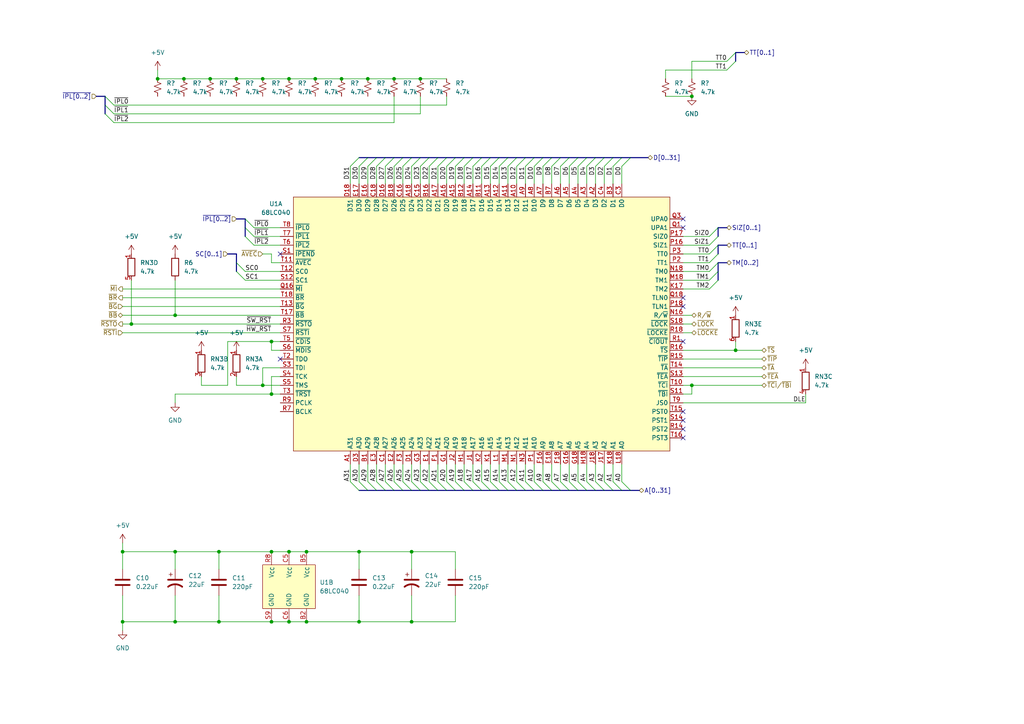
<source format=kicad_sch>
(kicad_sch (version 20230121) (generator eeschema)
  (paper "A4")
  (junction (at 104.14 160.02))
  (junction (at 114.3 22.86))
  (junction (at 50.8 180.34))
  (junction (at 76.2 111.76))
  (junction (at 38.1 93.98))
  (junction (at 45.72 22.86))
  (junction (at 83.82 160.02))
  (junction (at 88.9 180.34))
  (junction (at 200.66 111.76))
  (junction (at 50.8 160.02))
  (junction (at 50.8 91.44))
  (junction (at 63.5 160.02))
  (junction (at 121.92 22.86))
  (junction (at 63.5 180.34))
  (junction (at 83.82 180.34))
  (junction (at 119.38 180.34))
  (junction (at 78.74 180.34))
  (junction (at 88.9 160.02))
  (junction (at 104.14 180.34))
  (junction (at 76.2 22.86))
  (junction (at 35.56 160.02))
  (junction (at 119.38 160.02))
  (junction (at 106.68 22.86))
  (junction (at 83.82 22.86))
  (junction (at 53.34 22.86))
  (junction (at 213.36 101.6))
  (junction (at 78.74 114.3))
  (junction (at 200.66 27.94))
  (junction (at 68.58 22.86))
  (junction (at 60.96 22.86))
  (junction (at 91.44 22.86))
  (junction (at 35.56 180.34))
  (junction (at 99.06 22.86))
  (junction (at 78.74 160.02))
  (junction (at 78.74 99.06))
  (no_connect (at 198.12 88.9))
  (no_connect (at 198.12 121.92))
  (no_connect (at 198.12 99.06))
  (no_connect (at 81.28 104.14))
  (no_connect (at 198.12 119.38))
  (no_connect (at 198.12 127))
  (no_connect (at 198.12 124.46))
  (no_connect (at 198.12 86.36))
  (no_connect (at 198.12 66.04))
  (no_connect (at 81.28 73.66))
  (no_connect (at 198.12 63.5))
  (bus_entry (at 124.46 139.7) (size 2.54 2.54))
  (bus_entry (at 175.26 139.7) (size 2.54 2.54))
  (bus_entry (at 129.54 48.26) (size 2.54 -2.54))
  (bus_entry (at 175.26 48.26) (size 2.54 -2.54))
  (bus_entry (at 147.32 139.7) (size 2.54 2.54))
  (bus_entry (at 157.48 139.7) (size 2.54 2.54))
  (bus_entry (at 109.22 139.7) (size 2.54 2.54))
  (bus_entry (at 144.78 139.7) (size 2.54 2.54))
  (bus_entry (at 165.1 48.26) (size 2.54 -2.54))
  (bus_entry (at 149.86 48.26) (size 2.54 -2.54))
  (bus_entry (at 132.08 139.7) (size 2.54 2.54))
  (bus_entry (at 116.84 48.26) (size 2.54 -2.54))
  (bus_entry (at 213.36 15.24) (size -2.54 2.54))
  (bus_entry (at 172.72 48.26) (size 2.54 -2.54))
  (bus_entry (at 208.28 81.28) (size -2.54 2.54))
  (bus_entry (at 114.3 139.7) (size 2.54 2.54))
  (bus_entry (at 167.64 139.7) (size 2.54 2.54))
  (bus_entry (at 162.56 139.7) (size 2.54 2.54))
  (bus_entry (at 134.62 48.26) (size 2.54 -2.54))
  (bus_entry (at 134.62 139.7) (size 2.54 2.54))
  (bus_entry (at 119.38 139.7) (size 2.54 2.54))
  (bus_entry (at 208.28 71.12) (size -2.54 2.54))
  (bus_entry (at 106.68 48.26) (size 2.54 -2.54))
  (bus_entry (at 154.94 139.7) (size 2.54 2.54))
  (bus_entry (at 124.46 48.26) (size 2.54 -2.54))
  (bus_entry (at 109.22 48.26) (size 2.54 -2.54))
  (bus_entry (at 101.6 48.26) (size 2.54 -2.54))
  (bus_entry (at 142.24 48.26) (size 2.54 -2.54))
  (bus_entry (at 165.1 139.7) (size 2.54 2.54))
  (bus_entry (at 30.48 30.48) (size 2.54 2.54))
  (bus_entry (at 160.02 139.7) (size 2.54 2.54))
  (bus_entry (at 160.02 48.26) (size 2.54 -2.54))
  (bus_entry (at 170.18 139.7) (size 2.54 2.54))
  (bus_entry (at 152.4 139.7) (size 2.54 2.54))
  (bus_entry (at 71.12 66.04) (size 2.54 2.54))
  (bus_entry (at 71.12 63.5) (size 2.54 2.54))
  (bus_entry (at 30.48 27.94) (size 2.54 2.54))
  (bus_entry (at 137.16 48.26) (size 2.54 -2.54))
  (bus_entry (at 144.78 48.26) (size 2.54 -2.54))
  (bus_entry (at 177.8 48.26) (size 2.54 -2.54))
  (bus_entry (at 68.58 78.74) (size 2.54 2.54))
  (bus_entry (at 213.36 17.78) (size -2.54 2.54))
  (bus_entry (at 104.14 48.26) (size 2.54 -2.54))
  (bus_entry (at 132.08 48.26) (size 2.54 -2.54))
  (bus_entry (at 152.4 48.26) (size 2.54 -2.54))
  (bus_entry (at 208.28 68.58) (size -2.54 2.54))
  (bus_entry (at 106.68 139.7) (size 2.54 2.54))
  (bus_entry (at 114.3 48.26) (size 2.54 -2.54))
  (bus_entry (at 116.84 139.7) (size 2.54 2.54))
  (bus_entry (at 30.48 33.02) (size 2.54 2.54))
  (bus_entry (at 208.28 76.2) (size -2.54 2.54))
  (bus_entry (at 162.56 48.26) (size 2.54 -2.54))
  (bus_entry (at 71.12 68.58) (size 2.54 2.54))
  (bus_entry (at 157.48 48.26) (size 2.54 -2.54))
  (bus_entry (at 167.64 48.26) (size 2.54 -2.54))
  (bus_entry (at 137.16 139.7) (size 2.54 2.54))
  (bus_entry (at 101.6 139.7) (size 2.54 2.54))
  (bus_entry (at 127 48.26) (size 2.54 -2.54))
  (bus_entry (at 127 139.7) (size 2.54 2.54))
  (bus_entry (at 119.38 48.26) (size 2.54 -2.54))
  (bus_entry (at 129.54 139.7) (size 2.54 2.54))
  (bus_entry (at 170.18 48.26) (size 2.54 -2.54))
  (bus_entry (at 208.28 66.04) (size -2.54 2.54))
  (bus_entry (at 121.92 48.26) (size 2.54 -2.54))
  (bus_entry (at 147.32 48.26) (size 2.54 -2.54))
  (bus_entry (at 68.58 76.2) (size 2.54 2.54))
  (bus_entry (at 208.28 73.66) (size -2.54 2.54))
  (bus_entry (at 111.76 139.7) (size 2.54 2.54))
  (bus_entry (at 154.94 48.26) (size 2.54 -2.54))
  (bus_entry (at 180.34 139.7) (size 2.54 2.54))
  (bus_entry (at 149.86 139.7) (size 2.54 2.54))
  (bus_entry (at 172.72 139.7) (size 2.54 2.54))
  (bus_entry (at 208.28 78.74) (size -2.54 2.54))
  (bus_entry (at 104.14 139.7) (size 2.54 2.54))
  (bus_entry (at 142.24 139.7) (size 2.54 2.54))
  (bus_entry (at 180.34 48.26) (size 2.54 -2.54))
  (bus_entry (at 177.8 139.7) (size 2.54 2.54))
  (bus_entry (at 121.92 139.7) (size 2.54 2.54))
  (bus_entry (at 111.76 48.26) (size 2.54 -2.54))
  (bus_entry (at 139.7 48.26) (size 2.54 -2.54))
  (bus_entry (at 139.7 139.7) (size 2.54 2.54))
  (bus (pts (xy 149.86 142.24) (xy 152.4 142.24)))
  (wire (pts (xy 121.92 139.7) (xy 121.92 134.62)))
  (wire (pts (xy 104.14 172.72) (xy 104.14 180.34)))
  (wire (pts (xy 137.16 139.7) (xy 137.16 134.62)))
  (wire (pts (xy 50.8 81.28) (xy 50.8 91.44)))
  (wire (pts (xy 154.94 53.34) (xy 154.94 48.26)))
  (bus (pts (xy 30.48 27.94) (xy 27.94 27.94)))
  (wire (pts (xy 162.56 139.7) (xy 162.56 134.62)))
  (wire (pts (xy 109.22 139.7) (xy 109.22 134.62)))
  (bus (pts (xy 175.26 142.24) (xy 177.8 142.24)))
  (wire (pts (xy 81.28 101.6) (xy 78.74 101.6)))
  (wire (pts (xy 99.06 22.86) (xy 106.68 22.86)))
  (bus (pts (xy 127 45.72) (xy 129.54 45.72)))
  (wire (pts (xy 104.14 160.02) (xy 119.38 160.02)))
  (wire (pts (xy 129.54 139.7) (xy 129.54 134.62)))
  (wire (pts (xy 193.04 20.32) (xy 210.82 20.32)))
  (wire (pts (xy 78.74 109.22) (xy 78.74 114.3)))
  (wire (pts (xy 63.5 160.02) (xy 50.8 160.02)))
  (wire (pts (xy 132.08 160.02) (xy 132.08 165.1)))
  (wire (pts (xy 73.66 66.04) (xy 81.28 66.04)))
  (wire (pts (xy 170.18 139.7) (xy 170.18 134.62)))
  (wire (pts (xy 144.78 139.7) (xy 144.78 134.62)))
  (bus (pts (xy 129.54 142.24) (xy 132.08 142.24)))
  (bus (pts (xy 30.48 33.02) (xy 30.48 30.48)))
  (bus (pts (xy 106.68 45.72) (xy 109.22 45.72)))
  (wire (pts (xy 35.56 160.02) (xy 35.56 157.48)))
  (wire (pts (xy 50.8 160.02) (xy 35.56 160.02)))
  (wire (pts (xy 104.14 53.34) (xy 104.14 48.26)))
  (bus (pts (xy 104.14 45.72) (xy 106.68 45.72)))
  (wire (pts (xy 198.12 93.98) (xy 200.66 93.98)))
  (bus (pts (xy 170.18 142.24) (xy 172.72 142.24)))
  (wire (pts (xy 71.12 78.74) (xy 81.28 78.74)))
  (wire (pts (xy 114.3 53.34) (xy 114.3 48.26)))
  (bus (pts (xy 116.84 142.24) (xy 119.38 142.24)))
  (bus (pts (xy 172.72 142.24) (xy 175.26 142.24)))
  (bus (pts (xy 109.22 142.24) (xy 111.76 142.24)))
  (wire (pts (xy 35.56 93.98) (xy 38.1 93.98)))
  (wire (pts (xy 139.7 139.7) (xy 139.7 134.62)))
  (wire (pts (xy 106.68 22.86) (xy 114.3 22.86)))
  (wire (pts (xy 144.78 53.34) (xy 144.78 48.26)))
  (wire (pts (xy 76.2 22.86) (xy 83.82 22.86)))
  (wire (pts (xy 35.56 86.36) (xy 81.28 86.36)))
  (wire (pts (xy 165.1 139.7) (xy 165.1 134.62)))
  (bus (pts (xy 30.48 30.48) (xy 30.48 27.94)))
  (wire (pts (xy 35.56 182.88) (xy 35.56 180.34)))
  (bus (pts (xy 162.56 142.24) (xy 165.1 142.24)))
  (wire (pts (xy 205.74 73.66) (xy 198.12 73.66)))
  (wire (pts (xy 167.64 53.34) (xy 167.64 48.26)))
  (bus (pts (xy 68.58 76.2) (xy 68.58 78.74)))
  (wire (pts (xy 198.12 101.6) (xy 213.36 101.6)))
  (wire (pts (xy 50.8 91.44) (xy 81.28 91.44)))
  (bus (pts (xy 111.76 142.24) (xy 114.3 142.24)))
  (bus (pts (xy 147.32 45.72) (xy 149.86 45.72)))
  (wire (pts (xy 165.1 53.34) (xy 165.1 48.26)))
  (wire (pts (xy 119.38 139.7) (xy 119.38 134.62)))
  (bus (pts (xy 180.34 45.72) (xy 182.88 45.72)))
  (wire (pts (xy 106.68 53.34) (xy 106.68 48.26)))
  (wire (pts (xy 147.32 139.7) (xy 147.32 134.62)))
  (bus (pts (xy 124.46 142.24) (xy 127 142.24)))
  (wire (pts (xy 213.36 99.06) (xy 213.36 101.6)))
  (wire (pts (xy 119.38 160.02) (xy 119.38 165.1)))
  (bus (pts (xy 147.32 142.24) (xy 149.86 142.24)))
  (bus (pts (xy 215.9 15.24) (xy 213.36 15.24)))
  (wire (pts (xy 152.4 139.7) (xy 152.4 134.62)))
  (wire (pts (xy 66.04 111.76) (xy 58.42 111.76)))
  (wire (pts (xy 101.6 134.62) (xy 101.6 139.7)))
  (wire (pts (xy 78.74 160.02) (xy 63.5 160.02)))
  (wire (pts (xy 63.5 160.02) (xy 63.5 165.1)))
  (wire (pts (xy 119.38 180.34) (xy 132.08 180.34)))
  (wire (pts (xy 134.62 53.34) (xy 134.62 48.26)))
  (wire (pts (xy 139.7 53.34) (xy 139.7 48.26)))
  (bus (pts (xy 177.8 142.24) (xy 180.34 142.24)))
  (bus (pts (xy 162.56 45.72) (xy 165.1 45.72)))
  (bus (pts (xy 121.92 142.24) (xy 124.46 142.24)))
  (wire (pts (xy 129.54 53.34) (xy 129.54 48.26)))
  (wire (pts (xy 106.68 139.7) (xy 106.68 134.62)))
  (wire (pts (xy 83.82 180.34) (xy 78.74 180.34)))
  (wire (pts (xy 71.12 81.28) (xy 81.28 81.28)))
  (wire (pts (xy 88.9 160.02) (xy 104.14 160.02)))
  (wire (pts (xy 162.56 53.34) (xy 162.56 48.26)))
  (wire (pts (xy 124.46 53.34) (xy 124.46 48.26)))
  (wire (pts (xy 81.28 109.22) (xy 78.74 109.22)))
  (wire (pts (xy 114.3 139.7) (xy 114.3 134.62)))
  (wire (pts (xy 177.8 53.34) (xy 177.8 48.26)))
  (bus (pts (xy 167.64 45.72) (xy 170.18 45.72)))
  (wire (pts (xy 78.74 99.06) (xy 81.28 99.06)))
  (bus (pts (xy 119.38 45.72) (xy 121.92 45.72)))
  (bus (pts (xy 157.48 142.24) (xy 160.02 142.24)))
  (bus (pts (xy 116.84 45.72) (xy 119.38 45.72)))
  (wire (pts (xy 180.34 53.34) (xy 180.34 48.26)))
  (bus (pts (xy 208.28 66.04) (xy 208.28 68.58)))
  (wire (pts (xy 132.08 139.7) (xy 132.08 134.62)))
  (wire (pts (xy 200.66 17.78) (xy 200.66 22.86)))
  (wire (pts (xy 134.62 139.7) (xy 134.62 134.62)))
  (wire (pts (xy 116.84 53.34) (xy 116.84 48.26)))
  (bus (pts (xy 165.1 45.72) (xy 167.64 45.72)))
  (wire (pts (xy 35.56 83.82) (xy 81.28 83.82)))
  (wire (pts (xy 205.74 76.2) (xy 198.12 76.2)))
  (bus (pts (xy 114.3 142.24) (xy 116.84 142.24)))
  (wire (pts (xy 35.56 180.34) (xy 35.56 172.72)))
  (wire (pts (xy 58.42 109.22) (xy 58.42 111.76)))
  (bus (pts (xy 213.36 15.24) (xy 213.36 17.78)))
  (wire (pts (xy 68.58 111.76) (xy 76.2 111.76)))
  (wire (pts (xy 88.9 180.34) (xy 83.82 180.34)))
  (bus (pts (xy 71.12 68.58) (xy 71.12 66.04)))
  (wire (pts (xy 152.4 53.34) (xy 152.4 48.26)))
  (wire (pts (xy 132.08 53.34) (xy 132.08 48.26)))
  (wire (pts (xy 142.24 139.7) (xy 142.24 134.62)))
  (bus (pts (xy 134.62 142.24) (xy 137.16 142.24)))
  (wire (pts (xy 205.74 83.82) (xy 198.12 83.82)))
  (wire (pts (xy 76.2 106.68) (xy 76.2 111.76)))
  (wire (pts (xy 119.38 172.72) (xy 119.38 180.34)))
  (wire (pts (xy 35.56 96.52) (xy 81.28 96.52)))
  (bus (pts (xy 210.82 76.2) (xy 208.28 76.2)))
  (bus (pts (xy 160.02 142.24) (xy 162.56 142.24)))
  (wire (pts (xy 213.36 101.6) (xy 220.98 101.6)))
  (wire (pts (xy 104.14 180.34) (xy 119.38 180.34)))
  (wire (pts (xy 121.92 53.34) (xy 121.92 48.26)))
  (bus (pts (xy 71.12 63.5) (xy 68.58 63.5)))
  (wire (pts (xy 68.58 22.86) (xy 76.2 22.86)))
  (wire (pts (xy 233.68 116.84) (xy 198.12 116.84)))
  (bus (pts (xy 144.78 45.72) (xy 147.32 45.72)))
  (bus (pts (xy 149.86 45.72) (xy 152.4 45.72)))
  (wire (pts (xy 83.82 22.86) (xy 91.44 22.86)))
  (wire (pts (xy 63.5 172.72) (xy 63.5 180.34)))
  (bus (pts (xy 154.94 45.72) (xy 157.48 45.72)))
  (wire (pts (xy 78.74 114.3) (xy 50.8 114.3)))
  (wire (pts (xy 198.12 109.22) (xy 220.98 109.22)))
  (bus (pts (xy 132.08 142.24) (xy 134.62 142.24)))
  (wire (pts (xy 50.8 114.3) (xy 50.8 116.84)))
  (wire (pts (xy 149.86 139.7) (xy 149.86 134.62)))
  (wire (pts (xy 167.64 139.7) (xy 167.64 134.62)))
  (wire (pts (xy 198.12 91.44) (xy 200.66 91.44)))
  (bus (pts (xy 208.28 71.12) (xy 208.28 73.66)))
  (bus (pts (xy 182.88 45.72) (xy 187.96 45.72)))
  (wire (pts (xy 50.8 160.02) (xy 50.8 165.1)))
  (wire (pts (xy 35.56 180.34) (xy 50.8 180.34)))
  (wire (pts (xy 35.56 88.9) (xy 81.28 88.9)))
  (wire (pts (xy 78.74 160.02) (xy 83.82 160.02)))
  (bus (pts (xy 170.18 45.72) (xy 172.72 45.72)))
  (wire (pts (xy 76.2 111.76) (xy 81.28 111.76)))
  (bus (pts (xy 129.54 45.72) (xy 132.08 45.72)))
  (wire (pts (xy 116.84 139.7) (xy 116.84 134.62)))
  (wire (pts (xy 119.38 53.34) (xy 119.38 48.26)))
  (wire (pts (xy 83.82 160.02) (xy 88.9 160.02)))
  (wire (pts (xy 200.66 27.94) (xy 193.04 27.94)))
  (wire (pts (xy 38.1 93.98) (xy 81.28 93.98)))
  (wire (pts (xy 45.72 20.32) (xy 45.72 22.86)))
  (wire (pts (xy 38.1 81.28) (xy 38.1 93.98)))
  (wire (pts (xy 33.02 35.56) (xy 114.3 35.56)))
  (wire (pts (xy 142.24 53.34) (xy 142.24 48.26)))
  (bus (pts (xy 137.16 142.24) (xy 139.7 142.24)))
  (wire (pts (xy 68.58 109.22) (xy 68.58 111.76)))
  (bus (pts (xy 71.12 66.04) (xy 71.12 63.5)))
  (wire (pts (xy 198.12 106.68) (xy 220.98 106.68)))
  (wire (pts (xy 198.12 104.14) (xy 220.98 104.14)))
  (wire (pts (xy 78.74 99.06) (xy 78.74 101.6)))
  (bus (pts (xy 106.68 142.24) (xy 109.22 142.24)))
  (wire (pts (xy 101.6 53.34) (xy 101.6 48.26)))
  (bus (pts (xy 121.92 45.72) (xy 124.46 45.72)))
  (wire (pts (xy 81.28 114.3) (xy 78.74 114.3)))
  (bus (pts (xy 210.82 71.12) (xy 208.28 71.12)))
  (wire (pts (xy 205.74 68.58) (xy 198.12 68.58)))
  (bus (pts (xy 172.72 45.72) (xy 175.26 45.72)))
  (wire (pts (xy 175.26 53.34) (xy 175.26 48.26)))
  (wire (pts (xy 50.8 172.72) (xy 50.8 180.34)))
  (wire (pts (xy 78.74 73.66) (xy 78.74 76.2)))
  (wire (pts (xy 78.74 99.06) (xy 66.04 99.06)))
  (bus (pts (xy 111.76 45.72) (xy 114.3 45.72)))
  (wire (pts (xy 73.66 71.12) (xy 81.28 71.12)))
  (wire (pts (xy 137.16 53.34) (xy 137.16 48.26)))
  (bus (pts (xy 114.3 45.72) (xy 116.84 45.72)))
  (bus (pts (xy 127 142.24) (xy 129.54 142.24)))
  (bus (pts (xy 142.24 45.72) (xy 144.78 45.72)))
  (bus (pts (xy 160.02 45.72) (xy 162.56 45.72)))
  (bus (pts (xy 152.4 142.24) (xy 154.94 142.24)))
  (wire (pts (xy 104.14 139.7) (xy 104.14 134.62)))
  (wire (pts (xy 88.9 180.34) (xy 104.14 180.34)))
  (bus (pts (xy 66.04 73.66) (xy 68.58 73.66)))
  (wire (pts (xy 114.3 35.56) (xy 114.3 27.94)))
  (bus (pts (xy 177.8 45.72) (xy 180.34 45.72)))
  (bus (pts (xy 144.78 142.24) (xy 147.32 142.24)))
  (bus (pts (xy 180.34 142.24) (xy 182.88 142.24)))
  (wire (pts (xy 160.02 53.34) (xy 160.02 48.26)))
  (wire (pts (xy 33.02 33.02) (xy 121.92 33.02)))
  (wire (pts (xy 147.32 53.34) (xy 147.32 48.26)))
  (wire (pts (xy 78.74 73.66) (xy 76.2 73.66)))
  (bus (pts (xy 137.16 45.72) (xy 139.7 45.72)))
  (bus (pts (xy 154.94 142.24) (xy 157.48 142.24)))
  (wire (pts (xy 160.02 139.7) (xy 160.02 134.62)))
  (wire (pts (xy 175.26 139.7) (xy 175.26 134.62)))
  (bus (pts (xy 167.64 142.24) (xy 170.18 142.24)))
  (wire (pts (xy 114.3 22.86) (xy 121.92 22.86)))
  (bus (pts (xy 132.08 45.72) (xy 134.62 45.72)))
  (bus (pts (xy 142.24 142.24) (xy 144.78 142.24)))
  (bus (pts (xy 119.38 142.24) (xy 121.92 142.24)))
  (wire (pts (xy 200.66 17.78) (xy 210.82 17.78)))
  (wire (pts (xy 35.56 160.02) (xy 35.56 165.1)))
  (wire (pts (xy 91.44 22.86) (xy 99.06 22.86)))
  (wire (pts (xy 205.74 78.74) (xy 198.12 78.74)))
  (wire (pts (xy 172.72 139.7) (xy 172.72 134.62)))
  (wire (pts (xy 121.92 22.86) (xy 129.54 22.86)))
  (wire (pts (xy 63.5 180.34) (xy 78.74 180.34)))
  (wire (pts (xy 81.28 106.68) (xy 76.2 106.68)))
  (wire (pts (xy 157.48 139.7) (xy 157.48 134.62)))
  (wire (pts (xy 180.34 139.7) (xy 180.34 134.62)))
  (wire (pts (xy 205.74 71.12) (xy 198.12 71.12)))
  (wire (pts (xy 119.38 160.02) (xy 132.08 160.02)))
  (bus (pts (xy 157.48 45.72) (xy 160.02 45.72)))
  (wire (pts (xy 53.34 22.86) (xy 60.96 22.86)))
  (wire (pts (xy 193.04 20.32) (xy 193.04 22.86)))
  (bus (pts (xy 109.22 45.72) (xy 111.76 45.72)))
  (wire (pts (xy 45.72 22.86) (xy 53.34 22.86)))
  (bus (pts (xy 208.28 76.2) (xy 208.28 78.74)))
  (wire (pts (xy 35.56 91.44) (xy 50.8 91.44)))
  (wire (pts (xy 104.14 160.02) (xy 104.14 165.1)))
  (wire (pts (xy 157.48 53.34) (xy 157.48 48.26)))
  (wire (pts (xy 111.76 139.7) (xy 111.76 134.62)))
  (bus (pts (xy 139.7 45.72) (xy 142.24 45.72)))
  (wire (pts (xy 233.68 116.84) (xy 233.68 114.3)))
  (wire (pts (xy 66.04 99.06) (xy 66.04 111.76)))
  (wire (pts (xy 170.18 53.34) (xy 170.18 48.26)))
  (wire (pts (xy 154.94 139.7) (xy 154.94 134.62)))
  (wire (pts (xy 60.96 22.86) (xy 68.58 22.86)))
  (wire (pts (xy 132.08 172.72) (xy 132.08 180.34)))
  (wire (pts (xy 205.74 81.28) (xy 198.12 81.28)))
  (wire (pts (xy 129.54 30.48) (xy 129.54 27.94)))
  (wire (pts (xy 200.66 114.3) (xy 200.66 111.76)))
  (bus (pts (xy 208.28 78.74) (xy 208.28 81.28)))
  (bus (pts (xy 175.26 45.72) (xy 177.8 45.72)))
  (wire (pts (xy 78.74 76.2) (xy 81.28 76.2)))
  (wire (pts (xy 198.12 114.3) (xy 200.66 114.3)))
  (wire (pts (xy 172.72 53.34) (xy 172.72 48.26)))
  (wire (pts (xy 121.92 33.02) (xy 121.92 27.94)))
  (wire (pts (xy 200.66 111.76) (xy 220.98 111.76)))
  (wire (pts (xy 198.12 111.76) (xy 200.66 111.76)))
  (wire (pts (xy 109.22 53.34) (xy 109.22 48.26)))
  (wire (pts (xy 111.76 53.34) (xy 111.76 48.26)))
  (bus (pts (xy 134.62 45.72) (xy 137.16 45.72)))
  (wire (pts (xy 50.8 180.34) (xy 63.5 180.34)))
  (bus (pts (xy 152.4 45.72) (xy 154.94 45.72)))
  (wire (pts (xy 198.12 96.52) (xy 200.66 96.52)))
  (wire (pts (xy 149.86 53.34) (xy 149.86 48.26)))
  (wire (pts (xy 127 53.34) (xy 127 48.26)))
  (bus (pts (xy 185.42 142.24) (xy 182.88 142.24)))
  (bus (pts (xy 165.1 142.24) (xy 167.64 142.24)))
  (wire (pts (xy 124.46 139.7) (xy 124.46 134.62)))
  (bus (pts (xy 104.14 142.24) (xy 106.68 142.24)))
  (bus (pts (xy 124.46 45.72) (xy 127 45.72)))
  (wire (pts (xy 177.8 139.7) (xy 177.8 134.62)))
  (bus (pts (xy 68.58 73.66) (xy 68.58 76.2)))
  (bus (pts (xy 210.82 66.04) (xy 208.28 66.04)))
  (bus (pts (xy 139.7 142.24) (xy 142.24 142.24)))
  (wire (pts (xy 73.66 68.58) (xy 81.28 68.58)))
  (wire (pts (xy 127 139.7) (xy 127 134.62)))
  (wire (pts (xy 33.02 30.48) (xy 129.54 30.48)))
  (label "A28" (at 109.22 139.7 90))
  (label "D2" (at 175.26 48.26 270))
  (label "A19" (at 132.08 139.7 90))
  (label "~{IPL2}" (at 33.02 35.56 0))
  (label "A1" (at 177.8 139.7 90))
  (label "A0" (at 180.34 139.7 90))
  (label "D9" (at 157.48 48.26 270))
  (label "A26" (at 114.3 139.7 90))
  (label "D12" (at 149.86 48.26 270))
  (label "D3" (at 172.72 48.26 270))
  (label "D18" (at 134.62 48.26 270))
  (label "D22" (at 124.46 48.26 270))
  (label "D17" (at 137.16 48.26 270))
  (label "A20" (at 129.54 139.7 90))
  (label "D31" (at 101.6 48.26 270))
  (label "SC1" (at 71.12 81.28 0))
  (label "SIZ0" (at 205.74 68.58 180))
  (label "A8" (at 160.02 139.7 90))
  (label "D25" (at 116.84 48.26 270))
  (label "A23" (at 121.92 139.7 90))
  (label "A30" (at 104.14 139.7 90))
  (label "~{IPL0}" (at 73.66 66.04 0))
  (label "D15" (at 142.24 48.26 270))
  (label "D0" (at 180.34 48.26 270))
  (label "A15" (at 142.24 139.7 90))
  (label "DLE" (at 233.68 116.84 180))
  (label "D28" (at 109.22 48.26 270))
  (label "D26" (at 114.3 48.26 270))
  (label "A11" (at 152.4 139.7 90))
  (label "~{IPL0}" (at 33.02 30.48 0))
  (label "A22" (at 124.46 139.7 90))
  (label "D19" (at 132.08 48.26 270))
  (label "TT0" (at 205.74 73.66 180))
  (label "A17" (at 137.16 139.7 90))
  (label "TT1" (at 210.82 20.32 180))
  (label "D23" (at 121.92 48.26 270))
  (label "A21" (at 127 139.7 90))
  (label "A24" (at 119.38 139.7 90))
  (label "A18" (at 134.62 139.7 90))
  (label "D11" (at 152.4 48.26 270))
  (label "A10" (at 154.94 139.7 90))
  (label "A2" (at 175.26 139.7 90))
  (label "D20" (at 129.54 48.26 270))
  (label "D6" (at 165.1 48.26 270))
  (label "D4" (at 170.18 48.26 270))
  (label "A27" (at 111.76 139.7 90))
  (label "A16" (at 139.7 139.7 90))
  (label "D1" (at 177.8 48.26 270))
  (label "A25" (at 116.84 139.7 90))
  (label "A7" (at 162.56 139.7 90))
  (label "D5" (at 167.64 48.26 270))
  (label "SC0" (at 71.12 78.74 0))
  (label "~{SW_RST}" (at 78.74 93.98 180))
  (label "A5" (at 167.64 139.7 90))
  (label "A6" (at 165.1 139.7 90))
  (label "~{IPL2}" (at 73.66 71.12 0))
  (label "D10" (at 154.94 48.26 270))
  (label "~{IPL1}" (at 73.66 68.58 0))
  (label "A29" (at 106.68 139.7 90))
  (label "A9" (at 157.48 139.7 90))
  (label "A14" (at 144.78 139.7 90))
  (label "D7" (at 162.56 48.26 270))
  (label "TT1" (at 205.74 76.2 180))
  (label "D29" (at 106.68 48.26 270))
  (label "D21" (at 127 48.26 270))
  (label "SIZ1" (at 205.74 71.12 180))
  (label "D27" (at 111.76 48.26 270))
  (label "A13" (at 147.32 139.7 90))
  (label "D16" (at 139.7 48.26 270))
  (label "TT0" (at 210.82 17.78 180))
  (label "A12" (at 149.86 139.7 90))
  (label "A31" (at 101.6 139.7 90))
  (label "TM1" (at 205.74 81.28 180))
  (label "D30" (at 104.14 48.26 270))
  (label "A4" (at 170.18 139.7 90))
  (label "~{IPL1}" (at 33.02 33.02 0))
  (label "TM0" (at 205.74 78.74 180))
  (label "D13" (at 147.32 48.26 270))
  (label "~{HW_RST}" (at 78.74 96.52 180))
  (label "D14" (at 144.78 48.26 270))
  (label "D8" (at 160.02 48.26 270))
  (label "D24" (at 119.38 48.26 270))
  (label "A3" (at 172.72 139.7 90))
  (label "TM2" (at 205.74 83.82 180))
  (hierarchical_label "~{LOCKE}" (shape bidirectional) (at 200.66 96.52 0))
  (hierarchical_label "R{slash}~{W}" (shape bidirectional) (at 200.66 91.44 0))
  (hierarchical_label "~{BB}" (shape bidirectional) (at 35.56 91.44 180))
  (hierarchical_label "~{TS}" (shape bidirectional) (at 220.98 101.6 0))
  (hierarchical_label "~{AVEC}" (shape input) (at 76.2 73.66 180))
  (hierarchical_label "~{TEA}" (shape bidirectional) (at 220.98 109.22 0))
  (hierarchical_label "A[0..31]" (shape bidirectional) (at 185.42 142.24 0))
  (hierarchical_label "SC[0..1]" (shape input) (at 66.04 73.66 180))
  (hierarchical_label "~{TCI}{slash}~{TBI}" (shape bidirectional) (at 220.98 111.76 0))
  (hierarchical_label "SIZ[0..1]" (shape bidirectional) (at 210.82 66.04 0))
  (hierarchical_label "~{LOCK}" (shape bidirectional) (at 200.66 93.98 0))
  (hierarchical_label "D[0..31]" (shape bidirectional) (at 187.96 45.72 0))
  (hierarchical_label "~{IPL[0..2]}" (shape input) (at 27.94 27.94 180))
  (hierarchical_label "TT[0..1]" (shape bidirectional) (at 215.9 15.24 0))
  (hierarchical_label "~{IPL[0..2]}" (shape input) (at 68.58 63.5 180))
  (hierarchical_label "TT[0..1]" (shape bidirectional) (at 210.82 71.12 0))
  (hierarchical_label "~{TIP}" (shape bidirectional) (at 220.98 104.14 0))
  (hierarchical_label "~{RSTI}" (shape input) (at 35.56 96.52 180))
  (hierarchical_label "~{MI}" (shape output) (at 35.56 83.82 180))
  (hierarchical_label "TM[0..2]" (shape bidirectional) (at 210.82 76.2 0))
  (hierarchical_label "~{BR}" (shape output) (at 35.56 86.36 180))
  (hierarchical_label "~{TA}" (shape bidirectional) (at 220.98 106.68 0))
  (hierarchical_label "~{RSTO}" (shape output) (at 35.56 93.98 180))
  (hierarchical_label "~{BG}" (shape input) (at 35.56 88.9 180))
  (symbol (lib_id "Device:R_Network05_Split") (at 38.1 77.47 0) (unit 4)
    (property "Reference" "RN3" (at 40.64 76.2 0) (effects (justify left)))
    (property "Value" "4.7k" (at 40.64 78.74 0) (effects (justify left)))
    (property "Footprint" "Resistor_THT:R_Array_SIP6" (effects hide))
    (property "Datasheet" "http://www.vishay.com/docs/31509/csc.pdf" (effects hide))
  )
  (symbol (lib_id "power:+5V") (at 58.42 101.6 0) (unit 1)
    (property "Reference" "#PWR0134" (effects hide))
    (property "Value" "+5V" (at 58.42 96.52 0))
  )
  (symbol (lib_id "Device:C") (at 132.08 168.91 0) (unit 1)
    (property "Reference" "C15" (at 135.89 167.64 0) (effects (justify left)))
    (property "Value" "220pF" (at 135.89 170.18 0) (effects (justify left)))
  )
  (symbol (lib_id "Device:C_Polarized_US") (at 119.38 168.91 0) (unit 1)
    (property "Reference" "C14" (at 123.19 167.005 0) (effects (justify left)))
    (property "Value" "22uF" (at 123.19 169.545 0) (effects (justify left)))
  )
  (symbol (lib_id "Device:R_Small_US") (at 106.68 25.4 0) (unit 1)
    (property "Reference" "R?" (at 109.22 24.13 0) (effects (justify left)))
    (property "Value" "4.7k" (at 109.22 26.67 0) (effects (justify left)))
  )
  (symbol (lib_id "power:+5V") (at 35.56 157.48 0) (unit 1)
    (property "Reference" "#PWR0139" (effects hide))
    (property "Value" "+5V" (at 35.56 152.4 0))
  )
  (symbol (lib_id "power:+5V") (at 233.68 106.68 0) (unit 1)
    (property "Reference" "#PWR0131" (effects hide))
    (property "Value" "+5V" (at 233.68 101.6 0))
  )
  (symbol (lib_id "Device:R_Small_US") (at 76.2 25.4 0) (unit 1)
    (property "Reference" "R?" (at 78.74 24.13 0) (effects (justify left)))
    (property "Value" "4.7k" (at 78.74 26.67 0) (effects (justify left)))
  )
  (symbol (lib_id "Device:C") (at 104.14 168.91 0) (unit 1)
    (property "Reference" "C13" (at 107.95 167.64 0) (effects (justify left)))
    (property "Value" "0.22uF" (at 107.95 170.18 0) (effects (justify left)))
  )
  (symbol (lib_id "power:+5V") (at 38.1 73.66 0) (unit 1)
    (property "Reference" "#PWR0135" (effects hide))
    (property "Value" "+5V" (at 38.1 68.58 0))
  )
  (symbol (lib_id "Device:R_Small_US") (at 45.72 25.4 0) (unit 1)
    (property "Reference" "R?" (at 48.26 24.13 0) (effects (justify left)))
    (property "Value" "4.7k" (at 48.26 26.67 0) (effects (justify left)))
  )
  (symbol (lib_id "Device:R_Small_US") (at 53.34 25.4 0) (unit 1)
    (property "Reference" "R?" (at 55.88 24.13 0) (effects (justify left)))
    (property "Value" "4.7k" (at 55.88 26.67 0) (effects (justify left)))
  )
  (symbol (lib_id "Device:R_Small_US") (at 83.82 25.4 0) (unit 1)
    (property "Reference" "R?" (at 86.36 24.13 0) (effects (justify left)))
    (property "Value" "4.7k" (at 86.36 26.67 0) (effects (justify left)))
  )
  (symbol (lib_id "Device:R_Small_US") (at 60.96 25.4 0) (unit 1)
    (property "Reference" "R?" (at 63.5 24.13 0) (effects (justify left)))
    (property "Value" "4.7k" (at 63.5 26.67 0) (effects (justify left)))
  )
  (symbol (lib_id "Device:R_Small_US") (at 200.66 25.4 0) (unit 1)
    (property "Reference" "R?" (at 203.2 24.13 0) (effects (justify left)))
    (property "Value" "4.7k" (at 203.2 26.67 0) (effects (justify left)))
  )
  (symbol (lib_id "Device:R_Network05_Split") (at 58.42 105.41 0) (unit 2)
    (property "Reference" "RN3" (at 60.96 104.14 0) (effects (justify left)))
    (property "Value" "4.7k" (at 60.96 106.68 0) (effects (justify left)))
    (property "Footprint" "Resistor_THT:R_Array_SIP6" (effects hide))
    (property "Datasheet" "http://www.vishay.com/docs/31509/csc.pdf" (effects hide))
  )
  (symbol (lib_id "power:+5V") (at 213.36 91.44 0) (unit 1)
    (property "Reference" "#PWR0132" (effects hide))
    (property "Value" "+5V" (at 213.36 86.36 0))
  )
  (symbol (lib_id "Device:R_Small_US") (at 114.3 25.4 0) (unit 1)
    (property "Reference" "R?" (at 116.84 24.13 0) (effects (justify left)))
    (property "Value" "4.7k" (at 116.84 26.67 0) (effects (justify left)))
  )
  (symbol (lib_id "power:+5V") (at 45.72 20.32 0) (unit 1)
    (property "Reference" "#PWR069" (effects hide))
    (property "Value" "+5V" (at 45.72 15.24 0))
  )
  (symbol (lib_id "Device:R_Small_US") (at 121.92 25.4 0) (unit 1)
    (property "Reference" "R?" (at 124.46 24.13 0) (effects (justify left)))
    (property "Value" "4.7k" (at 124.46 26.67 0) (effects (justify left)))
  )
  (symbol (lib_id "68040:68LC040") (at 139.7 93.98 0) (unit 1)
    (property "Reference" "U1" (at 80.01 59.1119 0))
    (property "Value" "68LC040" (at 80.01 61.6519 0))
    (property "Footprint" "68040:PGA179" (effects hide))
  )
  (symbol (lib_id "Device:R_Small_US") (at 193.04 25.4 0) (unit 1)
    (property "Reference" "R?" (at 195.58 24.13 0) (effects (justify left)))
    (property "Value" "4.7k" (at 195.58 26.67 0) (effects (justify left)))
  )
  (symbol (lib_id "power:+5V") (at 50.8 73.66 0) (unit 1)
    (property "Reference" "#PWR0138" (effects hide))
    (property "Value" "+5V" (at 50.8 68.58 0))
  )
  (symbol (lib_id "Device:R_Network05_Split") (at 233.68 110.49 0) (unit 3)
    (property "Reference" "RN3" (at 236.22 109.22 0) (effects (justify left)))
    (property "Value" "4.7k" (at 236.22 111.76 0) (effects (justify left)))
    (property "Footprint" "Resistor_THT:R_Array_SIP6" (effects hide))
    (property "Datasheet" "http://www.vishay.com/docs/31509/csc.pdf" (effects hide))
  )
  (symbol (lib_id "power:+5V") (at 68.58 101.6 0) (unit 1)
    (property "Reference" "#PWR0133" (effects hide))
    (property "Value" "+5V" (at 68.58 96.52 0))
  )
  (symbol (lib_id "Device:R_Small_US") (at 91.44 25.4 0) (unit 1)
    (property "Reference" "R?" (at 93.98 24.13 0) (effects (justify left)))
    (property "Value" "4.7k" (at 93.98 26.67 0) (effects (justify left)))
  )
  (symbol (lib_id "Device:R_Small_US") (at 68.58 25.4 0) (unit 1)
    (property "Reference" "R?" (at 71.12 24.13 0) (effects (justify left)))
    (property "Value" "4.7k" (at 71.12 26.67 0) (effects (justify left)))
  )
  (symbol (lib_id "power:GND") (at 50.8 116.84 0) (unit 1)
    (property "Reference" "#PWR0137" (effects hide))
    (property "Value" "GND" (at 50.8 121.92 0))
  )
  (symbol (lib_id "Device:R_Network05_Split") (at 213.36 95.25 0) (unit 5)
    (property "Reference" "RN3" (at 215.9 93.98 0) (effects (justify left)))
    (property "Value" "4.7k" (at 215.9 96.52 0) (effects (justify left)))
    (property "Footprint" "Resistor_THT:R_Array_SIP6" (effects hide))
    (property "Datasheet" "http://www.vishay.com/docs/31509/csc.pdf" (effects hide))
  )
  (symbol (lib_name "68LC040_1") (lib_id "68040:68LC040") (at 83.82 170.18 0) (unit 2)
    (property "Reference" "U1" (at 92.71 168.91 0) (effects (justify left)))
    (property "Value" "68LC040" (at 92.71 171.45 0) (effects (justify left)))
    (property "Footprint" "68040:PGA179" (effects hide))
  )
  (symbol (lib_id "Device:C") (at 35.56 168.91 0) (unit 1)
    (property "Reference" "C10" (at 39.37 167.64 0) (effects (justify left)))
    (property "Value" "0.22uF" (at 39.37 170.18 0) (effects (justify left)))
  )
  (symbol (lib_id "power:GND") (at 200.66 27.94 0) (unit 1)
    (property "Reference" "#PWR0136" (effects hide))
    (property "Value" "GND" (at 200.66 33.02 0))
  )
  (symbol (lib_id "Device:R_Network05_Split") (at 68.58 105.41 0) (unit 1)
    (property "Reference" "RN3" (at 71.12 104.14 0) (effects (justify left)))
    (property "Value" "4.7k" (at 71.12 106.68 0) (effects (justify left)))
    (property "Footprint" "Resistor_THT:R_Array_SIP6" (effects hide))
    (property "Datasheet" "http://www.vishay.com/docs/31509/csc.pdf" (effects hide))
  )
  (symbol (lib_id "Device:C") (at 63.5 168.91 0) (unit 1)
    (property "Reference" "C11" (at 67.31 167.64 0) (effects (justify left)))
    (property "Value" "220pF" (at 67.31 170.18 0) (effects (justify left)))
  )
  (symbol (lib_id "power:GND") (at 35.56 182.88 0) (unit 1)
    (property "Reference" "#PWR0140" (effects hide))
    (property "Value" "GND" (at 35.56 187.96 0))
  )
  (symbol (lib_id "Device:C_Polarized_US") (at 50.8 168.91 0) (unit 1)
    (property "Reference" "C12" (at 54.61 167.005 0) (effects (justify left)))
    (property "Value" "22uF" (at 54.61 169.545 0) (effects (justify left)))
  )
  (symbol (lib_id "Device:R_Small_US") (at 129.54 25.4 0) (unit 1)
    (property "Reference" "R?" (at 132.08 24.13 0) (effects (justify left)))
    (property "Value" "4.7k" (at 132.08 26.67 0) (effects (justify left)))
  )
  (symbol (lib_id "Device:R") (at 50.8 77.47 0) (unit 1)
    (property "Reference" "R6" (at 53.34 76.2 0) (effects (justify left)))
    (property "Value" "4.7k" (at 53.34 78.74 0) (effects (justify left)))
  )
  (symbol (lib_id "Device:R_Small_US") (at 99.06 25.4 0) (unit 1)
    (property "Reference" "R?" (at 101.6 24.13 0) (effects (justify left)))
    (property "Value" "4.7k" (at 101.6 26.67 0) (effects (justify left)))
  )
)
</source>
